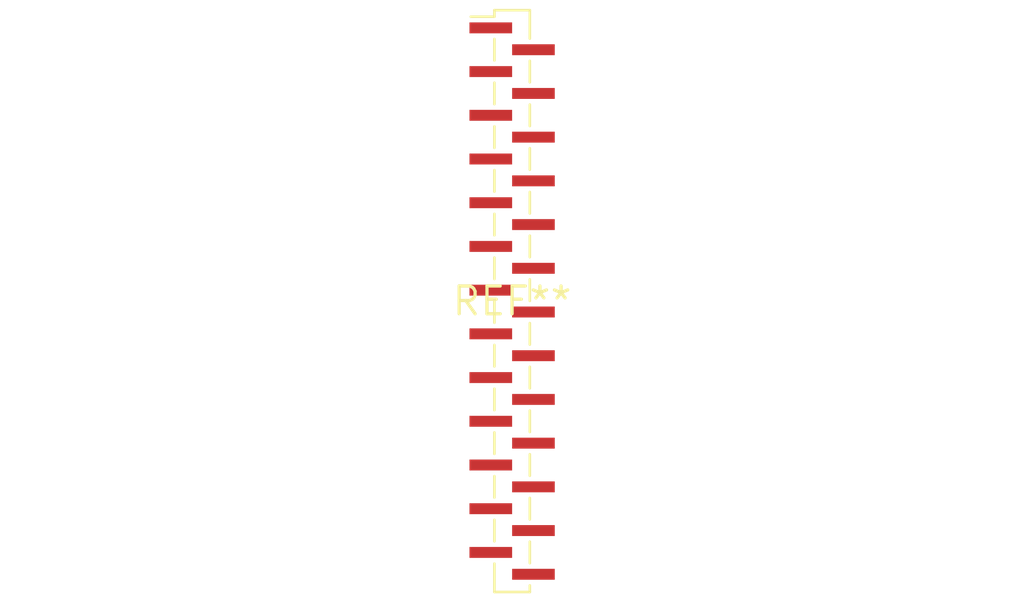
<source format=kicad_pcb>
(kicad_pcb (version 20240108) (generator pcbnew)
  (layers (0 "F.Cu" signal) (31 "B.Cu" signal) (34 "B.Paste" user) (35 "F.Paste" user) (36 "B.SilkS" user "B.Silkscreen") (37 "F.SilkS" user "F.Silkscreen") (38 "B.Mask" user) (39 "F.Mask" user) (44 "Edge.Cuts" user))
  (net 0 "")
  (footprint "PinSocket_1x26_P1.00mm_Vertical_SMD_Pin1Left" (layer "F.Cu") (at 0 0)
    (property "Reference" "REF**")
    (property "Value" "PinSocket_1x26_P1.00mm_Vertical_SMD_Pin1Left")
    (fp_line (start -1.89 -13.01) (end -0.81 -13.01) (layer "F.SilkS") (stroke (width 0.12)))
    (fp_line (start -0.81 -13.31) (end -0.81 -13.01) (layer "F.SilkS") (stroke (width 0.12)))
    (fp_line (start -0.81 -13.31) (end 0.81 -13.31) (layer "F.SilkS") (stroke (width 0.12)))
    (fp_line (start -0.81 -11.99) (end -0.81 -11.01) (layer "F.SilkS") (stroke (width 0.12)))
    (fp_line (start -0.81 -9.99) (end -0.81 -9.01) (layer "F.SilkS") (stroke (width 0.12)))
    (fp_line (start -0.81 -7.99) (end -0.81 -7.01) (layer "F.SilkS") (stroke (width 0.12)))
    (fp_line (start -0.81 -5.99) (end -0.81 -5.01) (layer "F.SilkS") (stroke (width 0.12)))
    (fp_line (start -0.81 -3.99) (end -0.81 -3.01) (layer "F.SilkS") (stroke (width 0.12)))
    (fp_line (start -0.81 -1.99) (end -0.81 -1.01) (layer "F.SilkS") (stroke (width 0.12)))
    (fp_line (start -0.81 0.01) (end -0.81 0.99) (layer "F.SilkS") (stroke (width 0.12)))
    (fp_line (start -0.81 2.01) (end -0.81 2.99) (layer "F.SilkS") (stroke (width 0.12)))
    (fp_line (start -0.81 4.01) (end -0.81 4.99) (layer "F.SilkS") (stroke (width 0.12)))
    (fp_line (start -0.81 6.01) (end -0.81 6.99) (layer "F.SilkS") (stroke (width 0.12)))
    (fp_line (start -0.81 8.01) (end -0.81 8.99) (layer "F.SilkS") (stroke (width 0.12)))
    (fp_line (start -0.81 10.01) (end -0.81 10.99) (layer "F.SilkS") (stroke (width 0.12)))
    (fp_line (start -0.81 12.01) (end -0.81 13.31) (layer "F.SilkS") (stroke (width 0.12)))
    (fp_line (start -0.81 13.31) (end 0.81 13.31) (layer "F.SilkS") (stroke (width 0.12)))
    (fp_line (start 0.81 -13.31) (end 0.81 -12.01) (layer "F.SilkS") (stroke (width 0.12)))
    (fp_line (start 0.81 -10.99) (end 0.81 -10.01) (layer "F.SilkS") (stroke (width 0.12)))
    (fp_line (start 0.81 -8.99) (end 0.81 -8.01) (layer "F.SilkS") (stroke (width 0.12)))
    (fp_line (start 0.81 -6.99) (end 0.81 -6.01) (layer "F.SilkS") (stroke (width 0.12)))
    (fp_line (start 0.81 -4.99) (end 0.81 -4.01) (layer "F.SilkS") (stroke (width 0.12)))
    (fp_line (start 0.81 -2.99) (end 0.81 -2.01) (layer "F.SilkS") (stroke (width 0.12)))
    (fp_line (start 0.81 -0.99) (end 0.81 -0.01) (layer "F.SilkS") (stroke (width 0.12)))
    (fp_line (start 0.81 1.01) (end 0.81 1.99) (layer "F.SilkS") (stroke (width 0.12)))
    (fp_line (start 0.81 3.01) (end 0.81 3.99) (layer "F.SilkS") (stroke (width 0.12)))
    (fp_line (start 0.81 5.01) (end 0.81 5.99) (layer "F.SilkS") (stroke (width 0.12)))
    (fp_line (start 0.81 7.01) (end 0.81 7.99) (layer "F.SilkS") (stroke (width 0.12)))
    (fp_line (start 0.81 9.01) (end 0.81 9.99) (layer "F.SilkS") (stroke (width 0.12)))
    (fp_line (start 0.81 11.01) (end 0.81 11.99) (layer "F.SilkS") (stroke (width 0.12)))
    (fp_line (start 0.81 13.01) (end 0.81 13.31) (layer "F.SilkS") (stroke (width 0.12)))
    (pad "1" smd rect (at -0.975 -12.5) (size 1.95 0.5) (layers "F.Cu" "F.Paste" "F.Mask"))
    (pad "2" smd rect (at 0.975 -11.5) (size 1.95 0.5) (layers "F.Cu" "F.Paste" "F.Mask"))
    (pad "3" smd rect (at -0.975 -10.5) (size 1.95 0.5) (layers "F.Cu" "F.Paste" "F.Mask"))
    (pad "4" smd rect (at 0.975 -9.5) (size 1.95 0.5) (layers "F.Cu" "F.Paste" "F.Mask"))
    (pad "5" smd rect (at -0.975 -8.5) (size 1.95 0.5) (layers "F.Cu" "F.Paste" "F.Mask"))
    (pad "6" smd rect (at 0.975 -7.5) (size 1.95 0.5) (layers "F.Cu" "F.Paste" "F.Mask"))
    (pad "7" smd rect (at -0.975 -6.5) (size 1.95 0.5) (layers "F.Cu" "F.Paste" "F.Mask"))
    (pad "8" smd rect (at 0.975 -5.5) (size 1.95 0.5) (layers "F.Cu" "F.Paste" "F.Mask"))
    (pad "9" smd rect (at -0.975 -4.5) (size 1.95 0.5) (layers "F.Cu" "F.Paste" "F.Mask"))
    (pad "10" smd rect (at 0.975 -3.5) (size 1.95 0.5) (layers "F.Cu" "F.Paste" "F.Mask"))
    (pad "11" smd rect (at -0.975 -2.5) (size 1.95 0.5) (layers "F.Cu" "F.Paste" "F.Mask"))
    (pad "12" smd rect (at 0.975 -1.5) (size 1.95 0.5) (layers "F.Cu" "F.Paste" "F.Mask"))
    (pad "13" smd rect (at -0.975 -0.5) (size 1.95 0.5) (layers "F.Cu" "F.Paste" "F.Mask"))
    (pad "14" smd rect (at 0.975 0.5) (size 1.95 0.5) (layers "F.Cu" "F.Paste" "F.Mask"))
    (pad "15" smd rect (at -0.975 1.5) (size 1.95 0.5) (layers "F.Cu" "F.Paste" "F.Mask"))
    (pad "16" smd rect (at 0.975 2.5) (size 1.95 0.5) (layers "F.Cu" "F.Paste" "F.Mask"))
    (pad "17" smd rect (at -0.975 3.5) (size 1.95 0.5) (layers "F.Cu" "F.Paste" "F.Mask"))
    (pad "18" smd rect (at 0.975 4.5) (size 1.95 0.5) (layers "F.Cu" "F.Paste" "F.Mask"))
    (pad "19" smd rect (at -0.975 5.5) (size 1.95 0.5) (layers "F.Cu" "F.Paste" "F.Mask"))
    (pad "20" smd rect (at 0.975 6.5) (size 1.95 0.5) (layers "F.Cu" "F.Paste" "F.Mask"))
    (pad "21" smd rect (at -0.975 7.5) (size 1.95 0.5) (layers "F.Cu" "F.Paste" "F.Mask"))
    (pad "22" smd rect (at 0.975 8.5) (size 1.95 0.5) (layers "F.Cu" "F.Paste" "F.Mask"))
    (pad "23" smd rect (at -0.975 9.5) (size 1.95 0.5) (layers "F.Cu" "F.Paste" "F.Mask"))
    (pad "24" smd rect (at 0.975 10.5) (size 1.95 0.5) (layers "F.Cu" "F.Paste" "F.Mask"))
    (pad "25" smd rect (at -0.975 11.5) (size 1.95 0.5) (layers "F.Cu" "F.Paste" "F.Mask"))
    (pad "26" smd rect (at 0.975 12.5) (size 1.95 0.5) (layers "F.Cu" "F.Paste" "F.Mask"))
  )
)
</source>
